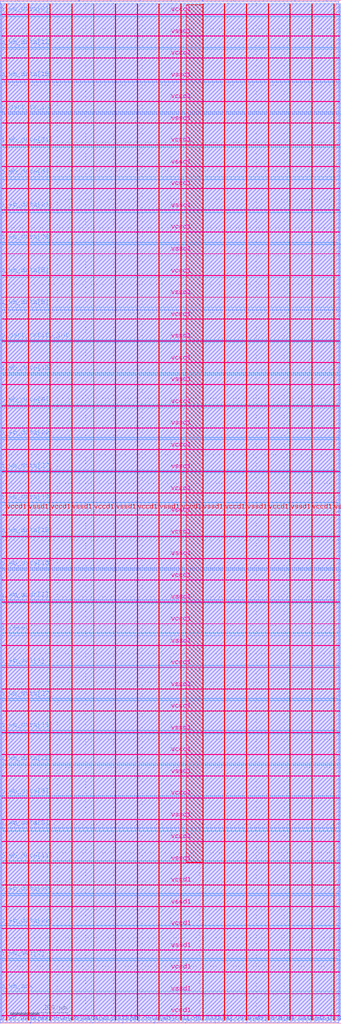
<source format=lef>
VERSION 5.7 ;
  NOWIREEXTENSIONATPIN ON ;
  DIVIDERCHAR "/" ;
  BUSBITCHARS "[]" ;
MACRO wbuart
  CLASS BLOCK ;
  FOREIGN wbuart ;
  ORIGIN 0.000 0.000 ;
  SIZE 1200.000 BY 3600.000 ;
  PIN i_clk
    DIRECTION INPUT ;
    USE SIGNAL ;
    PORT
      LAYER met3 ;
        RECT 1196.000 2624.840 1200.000 2625.440 ;
    END
  END i_clk
  PIN i_cts_n
    DIRECTION INPUT ;
    USE SIGNAL ;
    PORT
      LAYER met3 ;
        RECT 1196.000 2968.240 1200.000 2968.840 ;
    END
  END i_cts_n
  PIN i_reset
    DIRECTION INPUT ;
    USE SIGNAL ;
    PORT
      LAYER met3 ;
        RECT 0.000 1373.640 4.000 1374.240 ;
    END
  END i_reset
  PIN i_uart_rx
    DIRECTION INPUT ;
    USE SIGNAL ;
    PORT
      LAYER met2 ;
        RECT 927.450 3596.000 927.730 3600.000 ;
    END
  END i_uart_rx
  PIN i_wb_addr[0]
    DIRECTION INPUT ;
    USE SIGNAL ;
    PORT
      LAYER met3 ;
        RECT 1196.000 3311.640 1200.000 3312.240 ;
    END
  END i_wb_addr[0]
  PIN i_wb_addr[1]
    DIRECTION INPUT ;
    USE SIGNAL ;
    PORT
      LAYER met3 ;
        RECT 0.000 1489.240 4.000 1489.840 ;
    END
  END i_wb_addr[1]
  PIN i_wb_cyc
    DIRECTION INPUT ;
    USE SIGNAL ;
    PORT
      LAYER met3 ;
        RECT 1196.000 3199.440 1200.000 3200.040 ;
    END
  END i_wb_cyc
  PIN i_wb_data[0]
    DIRECTION INPUT ;
    USE SIGNAL ;
    PORT
      LAYER met3 ;
        RECT 0.000 3549.640 4.000 3550.240 ;
    END
  END i_wb_data[0]
  PIN i_wb_data[10]
    DIRECTION INPUT ;
    USE SIGNAL ;
    PORT
      LAYER met3 ;
        RECT 1196.000 2397.040 1200.000 2397.640 ;
    END
  END i_wb_data[10]
  PIN i_wb_data[11]
    DIRECTION INPUT ;
    USE SIGNAL ;
    PORT
      LAYER met2 ;
        RECT 215.830 0.000 216.110 4.000 ;
    END
  END i_wb_data[11]
  PIN i_wb_data[12]
    DIRECTION INPUT ;
    USE SIGNAL ;
    PORT
      LAYER met3 ;
        RECT 1196.000 1020.040 1200.000 1020.640 ;
    END
  END i_wb_data[12]
  PIN i_wb_data[13]
    DIRECTION INPUT ;
    USE SIGNAL ;
    PORT
      LAYER met3 ;
        RECT 1196.000 907.840 1200.000 908.440 ;
    END
  END i_wb_data[13]
  PIN i_wb_data[14]
    DIRECTION INPUT ;
    USE SIGNAL ;
    PORT
      LAYER met3 ;
        RECT 1196.000 1594.640 1200.000 1595.240 ;
    END
  END i_wb_data[14]
  PIN i_wb_data[15]
    DIRECTION INPUT ;
    USE SIGNAL ;
    PORT
      LAYER met3 ;
        RECT 0.000 2288.240 4.000 2288.840 ;
    END
  END i_wb_data[15]
  PIN i_wb_data[16]
    DIRECTION INPUT ;
    USE SIGNAL ;
    PORT
      LAYER met2 ;
        RECT 277.010 3596.000 277.290 3600.000 ;
    END
  END i_wb_data[16]
  PIN i_wb_data[17]
    DIRECTION INPUT ;
    USE SIGNAL ;
    PORT
      LAYER met2 ;
        RECT 61.270 3596.000 61.550 3600.000 ;
    END
  END i_wb_data[17]
  PIN i_wb_data[18]
    DIRECTION INPUT ;
    USE SIGNAL ;
    PORT
      LAYER met3 ;
        RECT 1196.000 1938.040 1200.000 1938.640 ;
    END
  END i_wb_data[18]
  PIN i_wb_data[19]
    DIRECTION INPUT ;
    USE SIGNAL ;
    PORT
      LAYER met3 ;
        RECT 0.000 1832.640 4.000 1833.240 ;
    END
  END i_wb_data[19]
  PIN i_wb_data[1]
    DIRECTION INPUT ;
    USE SIGNAL ;
    PORT
      LAYER met3 ;
        RECT 1196.000 792.240 1200.000 792.840 ;
    END
  END i_wb_data[1]
  PIN i_wb_data[20]
    DIRECTION INPUT ;
    USE SIGNAL ;
    PORT
      LAYER met2 ;
        RECT 492.750 3596.000 493.030 3600.000 ;
    END
  END i_wb_data[20]
  PIN i_wb_data[21]
    DIRECTION INPUT ;
    USE SIGNAL ;
    PORT
      LAYER met3 ;
        RECT 0.000 2862.840 4.000 2863.440 ;
    END
  END i_wb_data[21]
  PIN i_wb_data[22]
    DIRECTION INPUT ;
    USE SIGNAL ;
    PORT
      LAYER met3 ;
        RECT 0.000 2060.440 4.000 2061.040 ;
    END
  END i_wb_data[22]
  PIN i_wb_data[23]
    DIRECTION INPUT ;
    USE SIGNAL ;
    PORT
      LAYER met3 ;
        RECT 1196.000 2740.440 1200.000 2741.040 ;
    END
  END i_wb_data[23]
  PIN i_wb_data[24]
    DIRECTION INPUT ;
    USE SIGNAL ;
    PORT
      LAYER met3 ;
        RECT 1196.000 2852.640 1200.000 2853.240 ;
    END
  END i_wb_data[24]
  PIN i_wb_data[25]
    DIRECTION INPUT ;
    USE SIGNAL ;
    PORT
      LAYER met3 ;
        RECT 1196.000 2165.840 1200.000 2166.440 ;
    END
  END i_wb_data[25]
  PIN i_wb_data[26]
    DIRECTION INPUT ;
    USE SIGNAL ;
    PORT
      LAYER met3 ;
        RECT 1196.000 1251.240 1200.000 1251.840 ;
    END
  END i_wb_data[26]
  PIN i_wb_data[27]
    DIRECTION INPUT ;
    USE SIGNAL ;
    PORT
      LAYER met3 ;
        RECT 0.000 1944.840 4.000 1945.440 ;
    END
  END i_wb_data[27]
  PIN i_wb_data[28]
    DIRECTION INPUT ;
    USE SIGNAL ;
    PORT
      LAYER met3 ;
        RECT 0.000 914.640 4.000 915.240 ;
    END
  END i_wb_data[28]
  PIN i_wb_data[29]
    DIRECTION INPUT ;
    USE SIGNAL ;
    PORT
      LAYER met2 ;
        RECT 1146.410 3596.000 1146.690 3600.000 ;
    END
  END i_wb_data[29]
  PIN i_wb_data[2]
    DIRECTION INPUT ;
    USE SIGNAL ;
    PORT
      LAYER met3 ;
        RECT 1196.000 2053.640 1200.000 2054.240 ;
    END
  END i_wb_data[2]
  PIN i_wb_data[30]
    DIRECTION INPUT ;
    USE SIGNAL ;
    PORT
      LAYER met3 ;
        RECT 0.000 455.640 4.000 456.240 ;
    END
  END i_wb_data[30]
  PIN i_wb_data[31]
    DIRECTION INPUT ;
    USE SIGNAL ;
    PORT
      LAYER met3 ;
        RECT 0.000 3090.640 4.000 3091.240 ;
    END
  END i_wb_data[31]
  PIN i_wb_data[3]
    DIRECTION INPUT ;
    USE SIGNAL ;
    PORT
      LAYER met2 ;
        RECT 650.530 0.000 650.810 4.000 ;
    END
  END i_wb_data[3]
  PIN i_wb_data[4]
    DIRECTION INPUT ;
    USE SIGNAL ;
    PORT
      LAYER met2 ;
        RECT 602.230 3596.000 602.510 3600.000 ;
    END
  END i_wb_data[4]
  PIN i_wb_data[5]
    DIRECTION INPUT ;
    USE SIGNAL ;
    PORT
      LAYER met3 ;
        RECT 0.000 686.840 4.000 687.440 ;
    END
  END i_wb_data[5]
  PIN i_wb_data[6]
    DIRECTION INPUT ;
    USE SIGNAL ;
    PORT
      LAYER met3 ;
        RECT 0.000 2519.440 4.000 2520.040 ;
    END
  END i_wb_data[6]
  PIN i_wb_data[7]
    DIRECTION INPUT ;
    USE SIGNAL ;
    PORT
      LAYER met2 ;
        RECT 167.530 3596.000 167.810 3600.000 ;
    END
  END i_wb_data[7]
  PIN i_wb_data[8]
    DIRECTION INPUT ;
    USE SIGNAL ;
    PORT
      LAYER met2 ;
        RECT 866.270 0.000 866.550 4.000 ;
    END
  END i_wb_data[8]
  PIN i_wb_data[9]
    DIRECTION INPUT ;
    USE SIGNAL ;
    PORT
      LAYER met3 ;
        RECT 1196.000 333.240 1200.000 333.840 ;
    END
  END i_wb_data[9]
  PIN i_wb_sel[0]
    DIRECTION INPUT ;
    USE SIGNAL ;
    PORT
      LAYER met3 ;
        RECT 1196.000 3083.840 1200.000 3084.440 ;
    END
  END i_wb_sel[0]
  PIN i_wb_sel[1]
    DIRECTION INPUT ;
    USE SIGNAL ;
    PORT
      LAYER met3 ;
        RECT 0.000 1258.040 4.000 1258.640 ;
    END
  END i_wb_sel[1]
  PIN i_wb_sel[2]
    DIRECTION INPUT ;
    USE SIGNAL ;
    PORT
      LAYER met3 ;
        RECT 0.000 227.840 4.000 228.440 ;
    END
  END i_wb_sel[2]
  PIN i_wb_sel[3]
    DIRECTION INPUT ;
    USE SIGNAL ;
    PORT
      LAYER met2 ;
        RECT 541.050 0.000 541.330 4.000 ;
    END
  END i_wb_sel[3]
  PIN i_wb_stb
    DIRECTION INPUT ;
    USE SIGNAL ;
    PORT
      LAYER met3 ;
        RECT 1196.000 676.640 1200.000 677.240 ;
    END
  END i_wb_stb
  PIN i_wb_we
    DIRECTION INPUT ;
    USE SIGNAL ;
    PORT
      LAYER met3 ;
        RECT 1196.000 1822.440 1200.000 1823.040 ;
    END
  END i_wb_we
  PIN o_rts_n
    DIRECTION OUTPUT TRISTATE ;
    USE SIGNAL ;
    PORT
      LAYER met3 ;
        RECT 1196.000 1479.040 1200.000 1479.640 ;
    END
  END o_rts_n
  PIN o_uart_rx_int
    DIRECTION OUTPUT TRISTATE ;
    USE SIGNAL ;
    PORT
      LAYER met3 ;
        RECT 1196.000 221.040 1200.000 221.640 ;
    END
  END o_uart_rx_int
  PIN o_uart_rxfifo_int
    DIRECTION OUTPUT TRISTATE ;
    USE SIGNAL ;
    PORT
      LAYER met3 ;
        RECT 0.000 2403.840 4.000 2404.440 ;
    END
  END o_uart_rxfifo_int
  PIN o_uart_tx
    DIRECTION OUTPUT TRISTATE ;
    USE SIGNAL ;
    PORT
      LAYER met3 ;
        RECT 1196.000 1135.640 1200.000 1136.240 ;
    END
  END o_uart_tx
  PIN o_uart_tx_int
    DIRECTION OUTPUT TRISTATE ;
    USE SIGNAL ;
    PORT
      LAYER met3 ;
        RECT 0.000 3206.240 4.000 3206.840 ;
    END
  END o_uart_tx_int
  PIN o_uart_txfifo_int
    DIRECTION OUTPUT TRISTATE ;
    USE SIGNAL ;
    PORT
      LAYER met3 ;
        RECT 1196.000 1710.240 1200.000 1710.840 ;
    END
  END o_uart_txfifo_int
  PIN o_wb_ack
    DIRECTION OUTPUT TRISTATE ;
    USE SIGNAL ;
    PORT
      LAYER met3 ;
        RECT 0.000 112.240 4.000 112.840 ;
    END
  END o_wb_ack
  PIN o_wb_data[0]
    DIRECTION OUTPUT TRISTATE ;
    USE SIGNAL ;
    PORT
      LAYER met3 ;
        RECT 1196.000 564.440 1200.000 565.040 ;
    END
  END o_wb_data[0]
  PIN o_wb_data[10]
    DIRECTION OUTPUT TRISTATE ;
    USE SIGNAL ;
    PORT
      LAYER met3 ;
        RECT 0.000 1601.440 4.000 1602.040 ;
    END
  END o_wb_data[10]
  PIN o_wb_data[11]
    DIRECTION OUTPUT TRISTATE ;
    USE SIGNAL ;
    PORT
      LAYER met3 ;
        RECT 0.000 571.240 4.000 571.840 ;
    END
  END o_wb_data[11]
  PIN o_wb_data[12]
    DIRECTION OUTPUT TRISTATE ;
    USE SIGNAL ;
    PORT
      LAYER met3 ;
        RECT 0.000 3434.040 4.000 3434.640 ;
    END
  END o_wb_data[12]
  PIN o_wb_data[13]
    DIRECTION OUTPUT TRISTATE ;
    USE SIGNAL ;
    PORT
      LAYER met2 ;
        RECT 1082.010 0.000 1082.290 4.000 ;
    END
  END o_wb_data[13]
  PIN o_wb_data[14]
    DIRECTION OUTPUT TRISTATE ;
    USE SIGNAL ;
    PORT
      LAYER met2 ;
        RECT 0.090 0.000 0.370 4.000 ;
    END
  END o_wb_data[14]
  PIN o_wb_data[15]
    DIRECTION OUTPUT TRISTATE ;
    USE SIGNAL ;
    PORT
      LAYER met3 ;
        RECT 0.000 1030.240 4.000 1030.840 ;
    END
  END o_wb_data[15]
  PIN o_wb_data[16]
    DIRECTION OUTPUT TRISTATE ;
    USE SIGNAL ;
    PORT
      LAYER met3 ;
        RECT 0.000 3321.840 4.000 3322.440 ;
    END
  END o_wb_data[16]
  PIN o_wb_data[17]
    DIRECTION OUTPUT TRISTATE ;
    USE SIGNAL ;
    PORT
      LAYER met2 ;
        RECT 386.490 3596.000 386.770 3600.000 ;
    END
  END o_wb_data[17]
  PIN o_wb_data[18]
    DIRECTION OUTPUT TRISTATE ;
    USE SIGNAL ;
    PORT
      LAYER met2 ;
        RECT 1036.930 3596.000 1037.210 3600.000 ;
    END
  END o_wb_data[18]
  PIN o_wb_data[19]
    DIRECTION OUTPUT TRISTATE ;
    USE SIGNAL ;
    PORT
      LAYER met3 ;
        RECT 0.000 1717.040 4.000 1717.640 ;
    END
  END o_wb_data[19]
  PIN o_wb_data[1]
    DIRECTION OUTPUT TRISTATE ;
    USE SIGNAL ;
    PORT
      LAYER met2 ;
        RECT 325.310 0.000 325.590 4.000 ;
    END
  END o_wb_data[1]
  PIN o_wb_data[20]
    DIRECTION OUTPUT TRISTATE ;
    USE SIGNAL ;
    PORT
      LAYER met2 ;
        RECT 106.350 0.000 106.630 4.000 ;
    END
  END o_wb_data[20]
  PIN o_wb_data[21]
    DIRECTION OUTPUT TRISTATE ;
    USE SIGNAL ;
    PORT
      LAYER met3 ;
        RECT 1196.000 3542.840 1200.000 3543.440 ;
    END
  END o_wb_data[21]
  PIN o_wb_data[22]
    DIRECTION OUTPUT TRISTATE ;
    USE SIGNAL ;
    PORT
      LAYER met3 ;
        RECT 0.000 343.440 4.000 344.040 ;
    END
  END o_wb_data[22]
  PIN o_wb_data[23]
    DIRECTION OUTPUT TRISTATE ;
    USE SIGNAL ;
    PORT
      LAYER met2 ;
        RECT 975.750 0.000 976.030 4.000 ;
    END
  END o_wb_data[23]
  PIN o_wb_data[24]
    DIRECTION OUTPUT TRISTATE ;
    USE SIGNAL ;
    PORT
      LAYER met3 ;
        RECT 1196.000 3427.240 1200.000 3427.840 ;
    END
  END o_wb_data[24]
  PIN o_wb_data[25]
    DIRECTION OUTPUT TRISTATE ;
    USE SIGNAL ;
    PORT
      LAYER met3 ;
        RECT 1196.000 1363.440 1200.000 1364.040 ;
    END
  END o_wb_data[25]
  PIN o_wb_data[26]
    DIRECTION OUTPUT TRISTATE ;
    USE SIGNAL ;
    PORT
      LAYER met3 ;
        RECT 0.000 2747.240 4.000 2747.840 ;
    END
  END o_wb_data[26]
  PIN o_wb_data[27]
    DIRECTION OUTPUT TRISTATE ;
    USE SIGNAL ;
    PORT
      LAYER met3 ;
        RECT 0.000 1142.440 4.000 1143.040 ;
    END
  END o_wb_data[27]
  PIN o_wb_data[28]
    DIRECTION OUTPUT TRISTATE ;
    USE SIGNAL ;
    PORT
      LAYER met2 ;
        RECT 431.570 0.000 431.850 4.000 ;
    END
  END o_wb_data[28]
  PIN o_wb_data[29]
    DIRECTION OUTPUT TRISTATE ;
    USE SIGNAL ;
    PORT
      LAYER met2 ;
        RECT 756.790 0.000 757.070 4.000 ;
    END
  END o_wb_data[29]
  PIN o_wb_data[2]
    DIRECTION OUTPUT TRISTATE ;
    USE SIGNAL ;
    PORT
      LAYER met2 ;
        RECT 1191.490 0.000 1191.770 4.000 ;
    END
  END o_wb_data[2]
  PIN o_wb_data[30]
    DIRECTION OUTPUT TRISTATE ;
    USE SIGNAL ;
    PORT
      LAYER met3 ;
        RECT 1196.000 2509.240 1200.000 2509.840 ;
    END
  END o_wb_data[30]
  PIN o_wb_data[31]
    DIRECTION OUTPUT TRISTATE ;
    USE SIGNAL ;
    PORT
      LAYER met3 ;
        RECT 1196.000 105.440 1200.000 106.040 ;
    END
  END o_wb_data[31]
  PIN o_wb_data[3]
    DIRECTION OUTPUT TRISTATE ;
    USE SIGNAL ;
    PORT
      LAYER met2 ;
        RECT 821.190 3596.000 821.470 3600.000 ;
    END
  END o_wb_data[3]
  PIN o_wb_data[4]
    DIRECTION OUTPUT TRISTATE ;
    USE SIGNAL ;
    PORT
      LAYER met2 ;
        RECT 711.710 3596.000 711.990 3600.000 ;
    END
  END o_wb_data[4]
  PIN o_wb_data[5]
    DIRECTION OUTPUT TRISTATE ;
    USE SIGNAL ;
    PORT
      LAYER met3 ;
        RECT 0.000 2631.640 4.000 2632.240 ;
    END
  END o_wb_data[5]
  PIN o_wb_data[6]
    DIRECTION OUTPUT TRISTATE ;
    USE SIGNAL ;
    PORT
      LAYER met3 ;
        RECT 0.000 2978.440 4.000 2979.040 ;
    END
  END o_wb_data[6]
  PIN o_wb_data[7]
    DIRECTION OUTPUT TRISTATE ;
    USE SIGNAL ;
    PORT
      LAYER met3 ;
        RECT 1196.000 448.840 1200.000 449.440 ;
    END
  END o_wb_data[7]
  PIN o_wb_data[8]
    DIRECTION OUTPUT TRISTATE ;
    USE SIGNAL ;
    PORT
      LAYER met3 ;
        RECT 0.000 799.040 4.000 799.640 ;
    END
  END o_wb_data[8]
  PIN o_wb_data[9]
    DIRECTION OUTPUT TRISTATE ;
    USE SIGNAL ;
    PORT
      LAYER met3 ;
        RECT 0.000 2176.040 4.000 2176.640 ;
    END
  END o_wb_data[9]
  PIN o_wb_stall
    DIRECTION OUTPUT TRISTATE ;
    USE SIGNAL ;
    PORT
      LAYER met3 ;
        RECT 1196.000 2281.440 1200.000 2282.040 ;
    END
  END o_wb_stall
  PIN vccd1
    DIRECTION INPUT ;
    USE POWER ;
    PORT
      LAYER met5 ;
        RECT 5.520 26.490 1194.160 28.090 ;
    END
    PORT
      LAYER met5 ;
        RECT 5.520 179.670 1194.160 181.270 ;
    END
    PORT
      LAYER met5 ;
        RECT 5.520 332.850 1194.160 334.450 ;
    END
    PORT
      LAYER met5 ;
        RECT 5.520 486.030 1194.160 487.630 ;
    END
    PORT
      LAYER met5 ;
        RECT 5.520 639.210 1194.160 640.810 ;
    END
    PORT
      LAYER met5 ;
        RECT 5.520 792.390 1194.160 793.990 ;
    END
    PORT
      LAYER met5 ;
        RECT 5.520 945.570 1194.160 947.170 ;
    END
    PORT
      LAYER met5 ;
        RECT 5.520 1098.750 1194.160 1100.350 ;
    END
    PORT
      LAYER met5 ;
        RECT 5.520 1251.930 1194.160 1253.530 ;
    END
    PORT
      LAYER met5 ;
        RECT 5.520 1405.110 1194.160 1406.710 ;
    END
    PORT
      LAYER met5 ;
        RECT 5.520 1558.290 1194.160 1559.890 ;
    END
    PORT
      LAYER met5 ;
        RECT 5.520 1711.470 1194.160 1713.070 ;
    END
    PORT
      LAYER met5 ;
        RECT 5.520 1864.650 1194.160 1866.250 ;
    END
    PORT
      LAYER met5 ;
        RECT 5.520 2017.830 1194.160 2019.430 ;
    END
    PORT
      LAYER met5 ;
        RECT 5.520 2171.010 1194.160 2172.610 ;
    END
    PORT
      LAYER met5 ;
        RECT 5.520 2324.190 1194.160 2325.790 ;
    END
    PORT
      LAYER met5 ;
        RECT 5.520 2477.370 1194.160 2478.970 ;
    END
    PORT
      LAYER met5 ;
        RECT 5.520 2630.550 1194.160 2632.150 ;
    END
    PORT
      LAYER met5 ;
        RECT 5.520 2783.730 1194.160 2785.330 ;
    END
    PORT
      LAYER met5 ;
        RECT 5.520 2936.910 1194.160 2938.510 ;
    END
    PORT
      LAYER met5 ;
        RECT 5.520 3090.090 1194.160 3091.690 ;
    END
    PORT
      LAYER met5 ;
        RECT 5.520 3243.270 1194.160 3244.870 ;
    END
    PORT
      LAYER met5 ;
        RECT 5.520 3396.450 1194.160 3398.050 ;
    END
    PORT
      LAYER met5 ;
        RECT 5.520 3549.630 1194.160 3551.230 ;
    END
    PORT
      LAYER met4 ;
        RECT 21.040 10.640 22.640 3587.920 ;
    END
    PORT
      LAYER met4 ;
        RECT 174.640 10.640 176.240 3587.920 ;
    END
    PORT
      LAYER met4 ;
        RECT 328.240 10.640 329.840 3587.920 ;
    END
    PORT
      LAYER met4 ;
        RECT 481.840 10.640 483.440 3587.920 ;
    END
    PORT
      LAYER met4 ;
        RECT 635.440 10.640 637.040 3587.920 ;
    END
    PORT
      LAYER met4 ;
        RECT 789.040 10.640 790.640 3587.920 ;
    END
    PORT
      LAYER met4 ;
        RECT 942.640 10.640 944.240 3587.920 ;
    END
    PORT
      LAYER met4 ;
        RECT 1096.240 10.640 1097.840 3587.920 ;
    END
  END vccd1
  PIN vssd1
    DIRECTION INPUT ;
    USE GROUND ;
    PORT
      LAYER met5 ;
        RECT 5.520 103.080 1194.160 104.680 ;
    END
    PORT
      LAYER met5 ;
        RECT 5.520 256.260 1194.160 257.860 ;
    END
    PORT
      LAYER met5 ;
        RECT 5.520 409.440 1194.160 411.040 ;
    END
    PORT
      LAYER met5 ;
        RECT 5.520 562.620 1194.160 564.220 ;
    END
    PORT
      LAYER met5 ;
        RECT 5.520 715.800 1194.160 717.400 ;
    END
    PORT
      LAYER met5 ;
        RECT 5.520 868.980 1194.160 870.580 ;
    END
    PORT
      LAYER met5 ;
        RECT 5.520 1022.160 1194.160 1023.760 ;
    END
    PORT
      LAYER met5 ;
        RECT 5.520 1175.340 1194.160 1176.940 ;
    END
    PORT
      LAYER met5 ;
        RECT 5.520 1328.520 1194.160 1330.120 ;
    END
    PORT
      LAYER met5 ;
        RECT 5.520 1481.700 1194.160 1483.300 ;
    END
    PORT
      LAYER met5 ;
        RECT 5.520 1634.880 1194.160 1636.480 ;
    END
    PORT
      LAYER met5 ;
        RECT 5.520 1788.060 1194.160 1789.660 ;
    END
    PORT
      LAYER met5 ;
        RECT 5.520 1941.240 1194.160 1942.840 ;
    END
    PORT
      LAYER met5 ;
        RECT 5.520 2094.420 1194.160 2096.020 ;
    END
    PORT
      LAYER met5 ;
        RECT 5.520 2247.600 1194.160 2249.200 ;
    END
    PORT
      LAYER met5 ;
        RECT 5.520 2400.780 1194.160 2402.380 ;
    END
    PORT
      LAYER met5 ;
        RECT 5.520 2553.960 1194.160 2555.560 ;
    END
    PORT
      LAYER met5 ;
        RECT 5.520 2707.140 1194.160 2708.740 ;
    END
    PORT
      LAYER met5 ;
        RECT 5.520 2860.320 1194.160 2861.920 ;
    END
    PORT
      LAYER met5 ;
        RECT 5.520 3013.500 1194.160 3015.100 ;
    END
    PORT
      LAYER met5 ;
        RECT 5.520 3166.680 1194.160 3168.280 ;
    END
    PORT
      LAYER met5 ;
        RECT 5.520 3319.860 1194.160 3321.460 ;
    END
    PORT
      LAYER met5 ;
        RECT 5.520 3473.040 1194.160 3474.640 ;
    END
    PORT
      LAYER met4 ;
        RECT 97.840 10.640 99.440 3587.920 ;
    END
    PORT
      LAYER met4 ;
        RECT 251.440 10.640 253.040 3587.920 ;
    END
    PORT
      LAYER met4 ;
        RECT 405.040 10.640 406.640 3587.920 ;
    END
    PORT
      LAYER met4 ;
        RECT 558.640 10.640 560.240 3587.920 ;
    END
    PORT
      LAYER met4 ;
        RECT 712.240 10.640 713.840 3587.920 ;
    END
    PORT
      LAYER met4 ;
        RECT 865.840 10.640 867.440 3587.920 ;
    END
    PORT
      LAYER met4 ;
        RECT 1019.440 10.640 1021.040 3587.920 ;
    END
    PORT
      LAYER met4 ;
        RECT 1173.040 10.640 1174.640 3587.920 ;
    END
  END vssd1
  OBS
      LAYER li1 ;
        RECT 5.520 10.795 1194.160 3587.765 ;
      LAYER met1 ;
        RECT 0.070 10.640 1194.160 3587.920 ;
      LAYER met2 ;
        RECT 0.100 3595.720 60.990 3596.000 ;
        RECT 61.830 3595.720 167.250 3596.000 ;
        RECT 168.090 3595.720 276.730 3596.000 ;
        RECT 277.570 3595.720 386.210 3596.000 ;
        RECT 387.050 3595.720 492.470 3596.000 ;
        RECT 493.310 3595.720 601.950 3596.000 ;
        RECT 602.790 3595.720 711.430 3596.000 ;
        RECT 712.270 3595.720 820.910 3596.000 ;
        RECT 821.750 3595.720 927.170 3596.000 ;
        RECT 928.010 3595.720 1036.650 3596.000 ;
        RECT 1037.490 3595.720 1146.130 3596.000 ;
        RECT 1146.970 3595.720 1191.760 3596.000 ;
        RECT 0.100 4.280 1191.760 3595.720 ;
        RECT 0.650 4.000 106.070 4.280 ;
        RECT 106.910 4.000 215.550 4.280 ;
        RECT 216.390 4.000 325.030 4.280 ;
        RECT 325.870 4.000 431.290 4.280 ;
        RECT 432.130 4.000 540.770 4.280 ;
        RECT 541.610 4.000 650.250 4.280 ;
        RECT 651.090 4.000 756.510 4.280 ;
        RECT 757.350 4.000 865.990 4.280 ;
        RECT 866.830 4.000 975.470 4.280 ;
        RECT 976.310 4.000 1081.730 4.280 ;
        RECT 1082.570 4.000 1191.210 4.280 ;
      LAYER met3 ;
        RECT 4.000 3550.640 1196.000 3587.845 ;
        RECT 4.400 3549.240 1196.000 3550.640 ;
        RECT 4.000 3543.840 1196.000 3549.240 ;
        RECT 4.000 3542.440 1195.600 3543.840 ;
        RECT 4.000 3435.040 1196.000 3542.440 ;
        RECT 4.400 3433.640 1196.000 3435.040 ;
        RECT 4.000 3428.240 1196.000 3433.640 ;
        RECT 4.000 3426.840 1195.600 3428.240 ;
        RECT 4.000 3322.840 1196.000 3426.840 ;
        RECT 4.400 3321.440 1196.000 3322.840 ;
        RECT 4.000 3312.640 1196.000 3321.440 ;
        RECT 4.000 3311.240 1195.600 3312.640 ;
        RECT 4.000 3207.240 1196.000 3311.240 ;
        RECT 4.400 3205.840 1196.000 3207.240 ;
        RECT 4.000 3200.440 1196.000 3205.840 ;
        RECT 4.000 3199.040 1195.600 3200.440 ;
        RECT 4.000 3091.640 1196.000 3199.040 ;
        RECT 4.400 3090.240 1196.000 3091.640 ;
        RECT 4.000 3084.840 1196.000 3090.240 ;
        RECT 4.000 3083.440 1195.600 3084.840 ;
        RECT 4.000 2979.440 1196.000 3083.440 ;
        RECT 4.400 2978.040 1196.000 2979.440 ;
        RECT 4.000 2969.240 1196.000 2978.040 ;
        RECT 4.000 2967.840 1195.600 2969.240 ;
        RECT 4.000 2863.840 1196.000 2967.840 ;
        RECT 4.400 2862.440 1196.000 2863.840 ;
        RECT 4.000 2853.640 1196.000 2862.440 ;
        RECT 4.000 2852.240 1195.600 2853.640 ;
        RECT 4.000 2748.240 1196.000 2852.240 ;
        RECT 4.400 2746.840 1196.000 2748.240 ;
        RECT 4.000 2741.440 1196.000 2746.840 ;
        RECT 4.000 2740.040 1195.600 2741.440 ;
        RECT 4.000 2632.640 1196.000 2740.040 ;
        RECT 4.400 2631.240 1196.000 2632.640 ;
        RECT 4.000 2625.840 1196.000 2631.240 ;
        RECT 4.000 2624.440 1195.600 2625.840 ;
        RECT 4.000 2520.440 1196.000 2624.440 ;
        RECT 4.400 2519.040 1196.000 2520.440 ;
        RECT 4.000 2510.240 1196.000 2519.040 ;
        RECT 4.000 2508.840 1195.600 2510.240 ;
        RECT 4.000 2404.840 1196.000 2508.840 ;
        RECT 4.400 2403.440 1196.000 2404.840 ;
        RECT 4.000 2398.040 1196.000 2403.440 ;
        RECT 4.000 2396.640 1195.600 2398.040 ;
        RECT 4.000 2289.240 1196.000 2396.640 ;
        RECT 4.400 2287.840 1196.000 2289.240 ;
        RECT 4.000 2282.440 1196.000 2287.840 ;
        RECT 4.000 2281.040 1195.600 2282.440 ;
        RECT 4.000 2177.040 1196.000 2281.040 ;
        RECT 4.400 2175.640 1196.000 2177.040 ;
        RECT 4.000 2166.840 1196.000 2175.640 ;
        RECT 4.000 2165.440 1195.600 2166.840 ;
        RECT 4.000 2061.440 1196.000 2165.440 ;
        RECT 4.400 2060.040 1196.000 2061.440 ;
        RECT 4.000 2054.640 1196.000 2060.040 ;
        RECT 4.000 2053.240 1195.600 2054.640 ;
        RECT 4.000 1945.840 1196.000 2053.240 ;
        RECT 4.400 1944.440 1196.000 1945.840 ;
        RECT 4.000 1939.040 1196.000 1944.440 ;
        RECT 4.000 1937.640 1195.600 1939.040 ;
        RECT 4.000 1833.640 1196.000 1937.640 ;
        RECT 4.400 1832.240 1196.000 1833.640 ;
        RECT 4.000 1823.440 1196.000 1832.240 ;
        RECT 4.000 1822.040 1195.600 1823.440 ;
        RECT 4.000 1718.040 1196.000 1822.040 ;
        RECT 4.400 1716.640 1196.000 1718.040 ;
        RECT 4.000 1711.240 1196.000 1716.640 ;
        RECT 4.000 1709.840 1195.600 1711.240 ;
        RECT 4.000 1602.440 1196.000 1709.840 ;
        RECT 4.400 1601.040 1196.000 1602.440 ;
        RECT 4.000 1595.640 1196.000 1601.040 ;
        RECT 4.000 1594.240 1195.600 1595.640 ;
        RECT 4.000 1490.240 1196.000 1594.240 ;
        RECT 4.400 1488.840 1196.000 1490.240 ;
        RECT 4.000 1480.040 1196.000 1488.840 ;
        RECT 4.000 1478.640 1195.600 1480.040 ;
        RECT 4.000 1374.640 1196.000 1478.640 ;
        RECT 4.400 1373.240 1196.000 1374.640 ;
        RECT 4.000 1364.440 1196.000 1373.240 ;
        RECT 4.000 1363.040 1195.600 1364.440 ;
        RECT 4.000 1259.040 1196.000 1363.040 ;
        RECT 4.400 1257.640 1196.000 1259.040 ;
        RECT 4.000 1252.240 1196.000 1257.640 ;
        RECT 4.000 1250.840 1195.600 1252.240 ;
        RECT 4.000 1143.440 1196.000 1250.840 ;
        RECT 4.400 1142.040 1196.000 1143.440 ;
        RECT 4.000 1136.640 1196.000 1142.040 ;
        RECT 4.000 1135.240 1195.600 1136.640 ;
        RECT 4.000 1031.240 1196.000 1135.240 ;
        RECT 4.400 1029.840 1196.000 1031.240 ;
        RECT 4.000 1021.040 1196.000 1029.840 ;
        RECT 4.000 1019.640 1195.600 1021.040 ;
        RECT 4.000 915.640 1196.000 1019.640 ;
        RECT 4.400 914.240 1196.000 915.640 ;
        RECT 4.000 908.840 1196.000 914.240 ;
        RECT 4.000 907.440 1195.600 908.840 ;
        RECT 4.000 800.040 1196.000 907.440 ;
        RECT 4.400 798.640 1196.000 800.040 ;
        RECT 4.000 793.240 1196.000 798.640 ;
        RECT 4.000 791.840 1195.600 793.240 ;
        RECT 4.000 687.840 1196.000 791.840 ;
        RECT 4.400 686.440 1196.000 687.840 ;
        RECT 4.000 677.640 1196.000 686.440 ;
        RECT 4.000 676.240 1195.600 677.640 ;
        RECT 4.000 572.240 1196.000 676.240 ;
        RECT 4.400 570.840 1196.000 572.240 ;
        RECT 4.000 565.440 1196.000 570.840 ;
        RECT 4.000 564.040 1195.600 565.440 ;
        RECT 4.000 456.640 1196.000 564.040 ;
        RECT 4.400 455.240 1196.000 456.640 ;
        RECT 4.000 449.840 1196.000 455.240 ;
        RECT 4.000 448.440 1195.600 449.840 ;
        RECT 4.000 344.440 1196.000 448.440 ;
        RECT 4.400 343.040 1196.000 344.440 ;
        RECT 4.000 334.240 1196.000 343.040 ;
        RECT 4.000 332.840 1195.600 334.240 ;
        RECT 4.000 228.840 1196.000 332.840 ;
        RECT 4.400 227.440 1196.000 228.840 ;
        RECT 4.000 222.040 1196.000 227.440 ;
        RECT 4.000 220.640 1195.600 222.040 ;
        RECT 4.000 113.240 1196.000 220.640 ;
        RECT 4.400 111.840 1196.000 113.240 ;
        RECT 4.000 106.440 1196.000 111.840 ;
        RECT 4.000 105.040 1195.600 106.440 ;
        RECT 4.000 10.715 1196.000 105.040 ;
      LAYER met4 ;
        RECT 655.335 567.295 711.840 3584.105 ;
        RECT 714.240 567.295 714.545 3584.105 ;
  END
END wbuart
END LIBRARY


</source>
